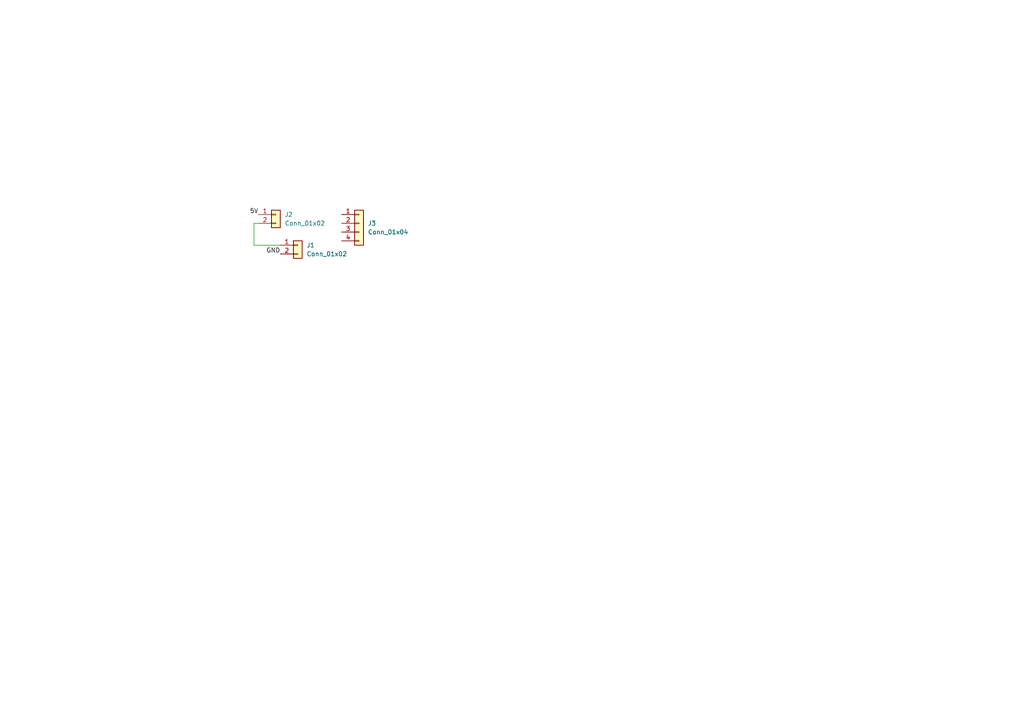
<source format=kicad_sch>
(kicad_sch (version 20250114) (generator "eeschema") (generator_version "9.0")
  (paper "A4")
  (lib_symbols
    (symbol "Connector_Generic:Conn_01x02" (pin_names (offset 1.016) (hide yes))
      (property "Reference" "J" (at 0 2.54 0))
      (property "Value" "Conn_01x02" (at 0 -5.08 0))
      (symbol "Conn_01x02_1_1"
        (rectangle (start -1.27 1.27) (end 1.27 -3.81) (stroke (width 0.254)) (fill (type background)))
        (rectangle (start -1.27 0.127) (end 0 -0.127) (stroke (width 0.1524)))
        (rectangle (start -1.27 -2.413) (end 0 -2.667) (stroke (width 0.1524)))
        (pin passive line (at -5.08 0 0) (length 3.81) (name "Pin_1") (number "1"))
        (pin passive line (at -5.08 -2.54 0) (length 3.81) (name "Pin_2") (number "2"))
      )
    )
    (symbol "Connector_Generic:Conn_01x04" (pin_names (offset 1.016) (hide yes))
      (property "Reference" "J" (at 0 5.08 0))
      (property "Value" "Conn_01x04" (at 0 -7.62 0))
      (symbol "Conn_01x04_1_1"
        (rectangle (start -1.27 3.81) (end 1.27 -6.35) (stroke (width 0.254)) (fill (type background)))
        (rectangle (start -1.27 2.667) (end 0 2.413) (stroke (width 0.1524)))
        (rectangle (start -1.27 0.127) (end 0 -0.127) (stroke (width 0.1524)))
        (rectangle (start -1.27 -2.413) (end 0 -2.667) (stroke (width 0.1524)))
        (rectangle (start -1.27 -4.953) (end 0 -5.207) (stroke (width 0.1524)))
        (pin passive line (at -5.08 2.54 0) (length 3.81) (name "Pin_1") (number "1"))
        (pin passive line (at -5.08 0 0) (length 3.81) (name "Pin_2") (number "2"))
        (pin passive line (at -5.08 -2.54 0) (length 3.81) (name "Pin_3") (number "3"))
        (pin passive line (at -5.08 -5.08 0) (length 3.81) (name "Pin_4") (number "4"))
      )
    )
  )
  (wire (pts (xy 74.93 64.77) (xy 73.66 64.77)))
  (wire (pts (xy 73.66 71.12) (xy 81.28 71.12)))
  (wire (pts (xy 73.66 71.12) (xy 73.66 64.77)))
  (label "5V" (at 74.93 62.23 180))
  (label "GND" (at 81.28 73.66 180))
  (symbol (lib_id "Connector_Generic:Conn_01x04") (at 104.14 64.77 0) (unit 1)
    (property "Reference" "J3" (at 106.68 64.7699 0) (effects (justify left)))
    (property "Value" "Conn_01x04" (at 106.68 67.3099 0) (effects (justify left)))
    (property "Description" "Generic connector, single row, 01x04, script generated (kicad-library-utils/schlib/autogen/connector/)" (effects (hide yes)))
  )
  (symbol (lib_id "Connector_Generic:Conn_01x02") (at 80.01 62.23 0) (unit 1)
    (property "Reference" "J2" (at 82.55 62.2299 0) (effects (justify left)))
    (property "Value" "Conn_01x02" (at 82.55 64.7699 0) (effects (justify left)))
    (property "Description" "Generic connector, single row, 01x02, script generated (kicad-library-utils/schlib/autogen/connector/)" (effects (hide yes)))
  )
  (symbol (lib_id "Connector_Generic:Conn_01x02") (at 86.36 71.12 0) (unit 1)
    (property "Reference" "J1" (at 88.9 71.1199 0) (effects (justify left)))
    (property "Value" "Conn_01x02" (at 88.9 73.6599 0) (effects (justify left)))
    (property "Description" "Generic connector, single row, 01x02, script generated (kicad-library-utils/schlib/autogen/connector/)" (effects (hide yes)))
  )
)
</source>
